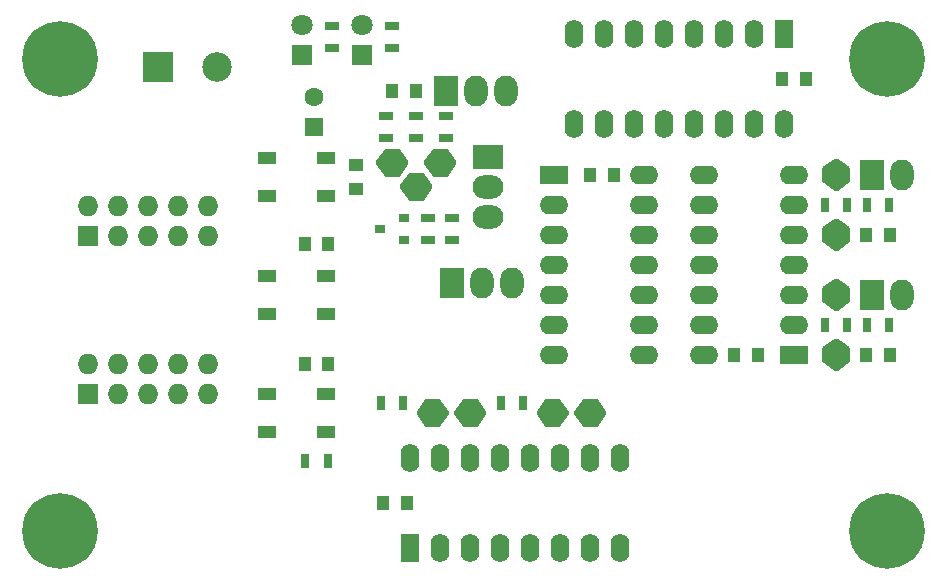
<source format=gbs>
%TF.GenerationSoftware,KiCad,Pcbnew,(2017-10-29 revision a6f84051e)-master*%
%TF.CreationDate,2018-04-26T10:12:28+02:00*%
%TF.ProjectId,ledbox,6C6564626F782E6B696361645F706362,rev?*%
%TF.SameCoordinates,Original*%
%TF.FileFunction,Soldermask,Bot*%
%TF.FilePolarity,Negative*%
%FSLAX46Y46*%
G04 Gerber Fmt 4.6, Leading zero omitted, Abs format (unit mm)*
G04 Created by KiCad (PCBNEW (2017-10-29 revision a6f84051e)-master) date Thursday, 26 April 2018 'AMt' 10:12:28*
%MOMM*%
%LPD*%
G01*
G04 APERTURE LIST*
%ADD10C,0.150000*%
%ADD11C,6.400000*%
%ADD12C,0.800000*%
%ADD13R,1.600000X1.600000*%
%ADD14C,1.600000*%
%ADD15R,1.000000X1.250000*%
%ADD16R,1.250000X1.000000*%
%ADD17R,1.800000X1.800000*%
%ADD18C,1.800000*%
%ADD19O,2.600000X2.000000*%
%ADD20R,2.600000X2.000000*%
%ADD21R,2.500000X2.500000*%
%ADD22C,2.500000*%
%ADD23R,2.000000X2.600000*%
%ADD24O,2.000000X2.600000*%
%ADD25R,0.900000X0.800000*%
%ADD26R,0.700000X1.300000*%
%ADD27R,1.300000X0.700000*%
%ADD28R,1.600000X2.400000*%
%ADD29O,1.600000X2.400000*%
%ADD30R,2.400000X1.600000*%
%ADD31O,2.400000X1.600000*%
%ADD32R,1.600000X1.000000*%
%ADD33O,1.727200X1.727200*%
%ADD34R,1.727200X1.727200*%
G04 APERTURE END LIST*
D10*
%TO.C,JP201*%
G36*
X135991600Y-133869400D02*
X135242300Y-134872700D01*
X135242300Y-135101300D01*
X135991600Y-136104600D01*
X137058400Y-136104600D01*
X137807700Y-135101300D01*
X137807700Y-134872700D01*
X137058400Y-133869400D01*
X137045700Y-133869400D01*
X135991600Y-133869400D01*
G37*
X135991600Y-133869400D02*
X135242300Y-134872700D01*
X135242300Y-135101300D01*
X135991600Y-136104600D01*
X137058400Y-136104600D01*
X137807700Y-135101300D01*
X137807700Y-134872700D01*
X137058400Y-133869400D01*
X137045700Y-133869400D01*
X135991600Y-133869400D01*
%TO.C,JP202*%
G36*
X139166600Y-133869400D02*
X138417300Y-134872700D01*
X138417300Y-135101300D01*
X139166600Y-136104600D01*
X140233400Y-136104600D01*
X140982700Y-135101300D01*
X140982700Y-134872700D01*
X140233400Y-133869400D01*
X140220700Y-133869400D01*
X139166600Y-133869400D01*
G37*
X139166600Y-133869400D02*
X138417300Y-134872700D01*
X138417300Y-135101300D01*
X139166600Y-136104600D01*
X140233400Y-136104600D01*
X140982700Y-135101300D01*
X140982700Y-134872700D01*
X140233400Y-133869400D01*
X140220700Y-133869400D01*
X139166600Y-133869400D01*
%TO.C,JP203*%
G36*
X149326600Y-133869400D02*
X148577300Y-134872700D01*
X148577300Y-135101300D01*
X149326600Y-136104600D01*
X150393400Y-136104600D01*
X151142700Y-135101300D01*
X151142700Y-134872700D01*
X150393400Y-133869400D01*
X150380700Y-133869400D01*
X149326600Y-133869400D01*
G37*
X149326600Y-133869400D02*
X148577300Y-134872700D01*
X148577300Y-135101300D01*
X149326600Y-136104600D01*
X150393400Y-136104600D01*
X151142700Y-135101300D01*
X151142700Y-134872700D01*
X150393400Y-133869400D01*
X150380700Y-133869400D01*
X149326600Y-133869400D01*
%TO.C,JP204*%
G36*
X146151600Y-133869400D02*
X145402300Y-134872700D01*
X145402300Y-135101300D01*
X146151600Y-136104600D01*
X147218400Y-136104600D01*
X147967700Y-135101300D01*
X147967700Y-134872700D01*
X147218400Y-133869400D01*
X147205700Y-133869400D01*
X146151600Y-133869400D01*
G37*
X146151600Y-133869400D02*
X145402300Y-134872700D01*
X145402300Y-135101300D01*
X146151600Y-136104600D01*
X147218400Y-136104600D01*
X147967700Y-135101300D01*
X147967700Y-134872700D01*
X147218400Y-133869400D01*
X147205700Y-133869400D01*
X146151600Y-133869400D01*
%TO.C,JP301*%
G36*
X169570400Y-115341400D02*
X170573700Y-116090700D01*
X170802300Y-116090700D01*
X171805600Y-115341400D01*
X171805600Y-114274600D01*
X170802300Y-113525300D01*
X170573700Y-113525300D01*
X169570400Y-114274600D01*
X169570400Y-114287300D01*
X169570400Y-115341400D01*
G37*
X169570400Y-115341400D02*
X170573700Y-116090700D01*
X170802300Y-116090700D01*
X171805600Y-115341400D01*
X171805600Y-114274600D01*
X170802300Y-113525300D01*
X170573700Y-113525300D01*
X169570400Y-114274600D01*
X169570400Y-114287300D01*
X169570400Y-115341400D01*
%TO.C,JP302*%
G36*
X171805600Y-119354600D02*
X170802300Y-118605300D01*
X170573700Y-118605300D01*
X169570400Y-119354600D01*
X169570400Y-120421400D01*
X170573700Y-121170700D01*
X170802300Y-121170700D01*
X171805600Y-120421400D01*
X171805600Y-120408700D01*
X171805600Y-119354600D01*
G37*
X171805600Y-119354600D02*
X170802300Y-118605300D01*
X170573700Y-118605300D01*
X169570400Y-119354600D01*
X169570400Y-120421400D01*
X170573700Y-121170700D01*
X170802300Y-121170700D01*
X171805600Y-120421400D01*
X171805600Y-120408700D01*
X171805600Y-119354600D01*
%TO.C,JP401*%
G36*
X169570400Y-125501400D02*
X170573700Y-126250700D01*
X170802300Y-126250700D01*
X171805600Y-125501400D01*
X171805600Y-124434600D01*
X170802300Y-123685300D01*
X170573700Y-123685300D01*
X169570400Y-124434600D01*
X169570400Y-124447300D01*
X169570400Y-125501400D01*
G37*
X169570400Y-125501400D02*
X170573700Y-126250700D01*
X170802300Y-126250700D01*
X171805600Y-125501400D01*
X171805600Y-124434600D01*
X170802300Y-123685300D01*
X170573700Y-123685300D01*
X169570400Y-124434600D01*
X169570400Y-124447300D01*
X169570400Y-125501400D01*
%TO.C,JP402*%
G36*
X171805600Y-129514600D02*
X170802300Y-128765300D01*
X170573700Y-128765300D01*
X169570400Y-129514600D01*
X169570400Y-130581400D01*
X170573700Y-131330700D01*
X170802300Y-131330700D01*
X171805600Y-130581400D01*
X171805600Y-130568700D01*
X171805600Y-129514600D01*
G37*
X171805600Y-129514600D02*
X170802300Y-128765300D01*
X170573700Y-128765300D01*
X169570400Y-129514600D01*
X169570400Y-130581400D01*
X170573700Y-131330700D01*
X170802300Y-131330700D01*
X171805600Y-130581400D01*
X171805600Y-130568700D01*
X171805600Y-129514600D01*
%TO.C,JP501*%
G36*
X137693400Y-114909600D02*
X138442700Y-113906300D01*
X138442700Y-113677700D01*
X137693400Y-112674400D01*
X136626600Y-112674400D01*
X135877300Y-113677700D01*
X135877300Y-113906300D01*
X136626600Y-114909600D01*
X136639300Y-114909600D01*
X137693400Y-114909600D01*
G37*
X137693400Y-114909600D02*
X138442700Y-113906300D01*
X138442700Y-113677700D01*
X137693400Y-112674400D01*
X136626600Y-112674400D01*
X135877300Y-113677700D01*
X135877300Y-113906300D01*
X136626600Y-114909600D01*
X136639300Y-114909600D01*
X137693400Y-114909600D01*
%TO.C,JP502*%
G36*
X135661400Y-116941600D02*
X136410700Y-115938300D01*
X136410700Y-115709700D01*
X135661400Y-114706400D01*
X134594600Y-114706400D01*
X133845300Y-115709700D01*
X133845300Y-115938300D01*
X134594600Y-116941600D01*
X134607300Y-116941600D01*
X135661400Y-116941600D01*
G37*
X135661400Y-116941600D02*
X136410700Y-115938300D01*
X136410700Y-115709700D01*
X135661400Y-114706400D01*
X134594600Y-114706400D01*
X133845300Y-115709700D01*
X133845300Y-115938300D01*
X134594600Y-116941600D01*
X134607300Y-116941600D01*
X135661400Y-116941600D01*
%TO.C,JP503*%
G36*
X133629400Y-114909600D02*
X134378700Y-113906300D01*
X134378700Y-113677700D01*
X133629400Y-112674400D01*
X132562600Y-112674400D01*
X131813300Y-113677700D01*
X131813300Y-113906300D01*
X132562600Y-114909600D01*
X132575300Y-114909600D01*
X133629400Y-114909600D01*
G37*
X133629400Y-114909600D02*
X134378700Y-113906300D01*
X134378700Y-113677700D01*
X133629400Y-112674400D01*
X132562600Y-112674400D01*
X131813300Y-113677700D01*
X131813300Y-113906300D01*
X132562600Y-114909600D01*
X132575300Y-114909600D01*
X133629400Y-114909600D01*
%TD*%
D11*
%TO.C,REF\002A\002A*%
X105000000Y-105000000D03*
D12*
X107400000Y-105000000D03*
X106697056Y-106697056D03*
X105000000Y-107400000D03*
X103302944Y-106697056D03*
X102600000Y-105000000D03*
X103302944Y-103302944D03*
X105000000Y-102600000D03*
X106697056Y-103302944D03*
%TD*%
%TO.C,REF\002A\002A*%
X106697056Y-143302944D03*
X105000000Y-142600000D03*
X103302944Y-143302944D03*
X102600000Y-145000000D03*
X103302944Y-146697056D03*
X105000000Y-147400000D03*
X106697056Y-146697056D03*
X107400000Y-145000000D03*
D11*
X105000000Y-145000000D03*
%TD*%
%TO.C,REF\002A\002A*%
X175000000Y-145000000D03*
D12*
X177400000Y-145000000D03*
X176697056Y-146697056D03*
X175000000Y-147400000D03*
X173302944Y-146697056D03*
X172600000Y-145000000D03*
X173302944Y-143302944D03*
X175000000Y-142600000D03*
X176697056Y-143302944D03*
%TD*%
%TO.C,REF\002A\002A*%
X176697056Y-103302944D03*
X175000000Y-102600000D03*
X173302944Y-103302944D03*
X172600000Y-105000000D03*
X173302944Y-106697056D03*
X175000000Y-107400000D03*
X176697056Y-106697056D03*
X177400000Y-105000000D03*
D11*
X175000000Y-105000000D03*
%TD*%
D13*
%TO.C,C101*%
X126492000Y-110744000D03*
D14*
X126492000Y-108244000D03*
%TD*%
D15*
%TO.C,C201*%
X166132000Y-106680000D03*
X168132000Y-106680000D03*
%TD*%
%TO.C,C202*%
X149876000Y-114808000D03*
X151876000Y-114808000D03*
%TD*%
%TO.C,C203*%
X162068000Y-130048000D03*
X164068000Y-130048000D03*
%TD*%
%TO.C,C204*%
X134350000Y-142607000D03*
X132350000Y-142607000D03*
%TD*%
%TO.C,C301*%
X175244000Y-119888000D03*
X173244000Y-119888000D03*
%TD*%
%TO.C,C401*%
X175244000Y-130048000D03*
X173244000Y-130048000D03*
%TD*%
D16*
%TO.C,C501*%
X130000000Y-116000000D03*
X130000000Y-114000000D03*
%TD*%
D15*
%TO.C,C502*%
X127685000Y-130810000D03*
X125685000Y-130810000D03*
%TD*%
%TO.C,C503*%
X127685000Y-120650000D03*
X125685000Y-120650000D03*
%TD*%
%TO.C,C504*%
X133112000Y-107696000D03*
X135112000Y-107696000D03*
%TD*%
D17*
%TO.C,D201*%
X130556000Y-104648000D03*
D18*
X130556000Y-102108000D03*
%TD*%
%TO.C,D202*%
X125476000Y-102108000D03*
D17*
X125476000Y-104648000D03*
%TD*%
D19*
%TO.C,J101*%
X141224000Y-118364000D03*
X141224000Y-115824000D03*
D20*
X141224000Y-113284000D03*
%TD*%
D21*
%TO.C,J102*%
X113284000Y-105664000D03*
D22*
X118284000Y-105664000D03*
%TD*%
D23*
%TO.C,J104*%
X138176000Y-123952000D03*
D24*
X140716000Y-123952000D03*
X143256000Y-123952000D03*
%TD*%
D23*
%TO.C,J301*%
X173736000Y-114808000D03*
D24*
X176276000Y-114808000D03*
%TD*%
%TO.C,J401*%
X176276000Y-124968000D03*
D23*
X173736000Y-124968000D03*
%TD*%
%TO.C,J501*%
X137668000Y-107696000D03*
D24*
X140208000Y-107696000D03*
X142748000Y-107696000D03*
%TD*%
D25*
%TO.C,Q501*%
X134096000Y-118430000D03*
X134096000Y-120330000D03*
X132096000Y-119380000D03*
%TD*%
D26*
%TO.C,R101*%
X144206000Y-134112000D03*
X142306000Y-134112000D03*
%TD*%
%TO.C,R102*%
X134046000Y-134112000D03*
X132146000Y-134112000D03*
%TD*%
%TO.C,R103*%
X125735000Y-139065000D03*
X127635000Y-139065000D03*
%TD*%
D27*
%TO.C,R201*%
X133096000Y-104074000D03*
X133096000Y-102174000D03*
%TD*%
%TO.C,R202*%
X128016000Y-102174000D03*
X128016000Y-104074000D03*
%TD*%
D26*
%TO.C,R301*%
X173294000Y-117348000D03*
X175194000Y-117348000D03*
%TD*%
%TO.C,R302*%
X169738000Y-117348000D03*
X171638000Y-117348000D03*
%TD*%
%TO.C,R401*%
X173294000Y-127508000D03*
X175194000Y-127508000D03*
%TD*%
%TO.C,R402*%
X169738000Y-127508000D03*
X171638000Y-127508000D03*
%TD*%
D27*
%TO.C,R501*%
X138176000Y-118430000D03*
X138176000Y-120330000D03*
%TD*%
%TO.C,R502*%
X136144000Y-118430000D03*
X136144000Y-120330000D03*
%TD*%
%TO.C,R503*%
X137668000Y-109794000D03*
X137668000Y-111694000D03*
%TD*%
%TO.C,R504*%
X135128000Y-111694000D03*
X135128000Y-109794000D03*
%TD*%
%TO.C,R505*%
X132588000Y-109794000D03*
X132588000Y-111694000D03*
%TD*%
D28*
%TO.C,U201*%
X166243000Y-102870000D03*
D29*
X148463000Y-110490000D03*
X163703000Y-102870000D03*
X151003000Y-110490000D03*
X161163000Y-102870000D03*
X153543000Y-110490000D03*
X158623000Y-102870000D03*
X156083000Y-110490000D03*
X156083000Y-102870000D03*
X158623000Y-110490000D03*
X153543000Y-102870000D03*
X161163000Y-110490000D03*
X151003000Y-102870000D03*
X163703000Y-110490000D03*
X148463000Y-102870000D03*
X166243000Y-110490000D03*
%TD*%
%TO.C,U202*%
X134620000Y-138797000D03*
X152400000Y-146417000D03*
X137160000Y-138797000D03*
X149860000Y-146417000D03*
X139700000Y-138797000D03*
X147320000Y-146417000D03*
X142240000Y-138797000D03*
X144780000Y-146417000D03*
X144780000Y-138797000D03*
X142240000Y-146417000D03*
X147320000Y-138797000D03*
X139700000Y-146417000D03*
X149860000Y-138797000D03*
X137160000Y-146417000D03*
X152400000Y-138797000D03*
D28*
X134620000Y-146417000D03*
%TD*%
D30*
%TO.C,U203*%
X146812000Y-114808000D03*
D31*
X154432000Y-130048000D03*
X146812000Y-117348000D03*
X154432000Y-127508000D03*
X146812000Y-119888000D03*
X154432000Y-124968000D03*
X146812000Y-122428000D03*
X154432000Y-122428000D03*
X146812000Y-124968000D03*
X154432000Y-119888000D03*
X146812000Y-127508000D03*
X154432000Y-117348000D03*
X146812000Y-130048000D03*
X154432000Y-114808000D03*
%TD*%
%TO.C,U204*%
X159512000Y-130048000D03*
X167132000Y-114808000D03*
X159512000Y-127508000D03*
X167132000Y-117348000D03*
X159512000Y-124968000D03*
X167132000Y-119888000D03*
X159512000Y-122428000D03*
X167132000Y-122428000D03*
X159512000Y-119888000D03*
X167132000Y-124968000D03*
X159512000Y-117348000D03*
X167132000Y-127508000D03*
X159512000Y-114808000D03*
D30*
X167132000Y-130048000D03*
%TD*%
D32*
%TO.C,U501*%
X122500000Y-116600000D03*
X122500000Y-113400000D03*
X127500000Y-116600000D03*
X127500000Y-113400000D03*
%TD*%
%TO.C,U502*%
X127500000Y-123400000D03*
X127500000Y-126600000D03*
X122500000Y-123400000D03*
X122500000Y-126600000D03*
%TD*%
%TO.C,U503*%
X122500000Y-136600000D03*
X122500000Y-133400000D03*
X127500000Y-136600000D03*
X127500000Y-133400000D03*
%TD*%
D33*
%TO.C,J103*%
X117475000Y-117475000D03*
X117475000Y-120015000D03*
X114935000Y-117475000D03*
X114935000Y-120015000D03*
X112395000Y-117475000D03*
X112395000Y-120015000D03*
X109855000Y-117475000D03*
X109855000Y-120015000D03*
X107315000Y-117475000D03*
D34*
X107315000Y-120015000D03*
%TD*%
%TO.C,J105*%
X107315000Y-133350000D03*
D33*
X107315000Y-130810000D03*
X109855000Y-133350000D03*
X109855000Y-130810000D03*
X112395000Y-133350000D03*
X112395000Y-130810000D03*
X114935000Y-133350000D03*
X114935000Y-130810000D03*
X117475000Y-133350000D03*
X117475000Y-130810000D03*
%TD*%
M02*

</source>
